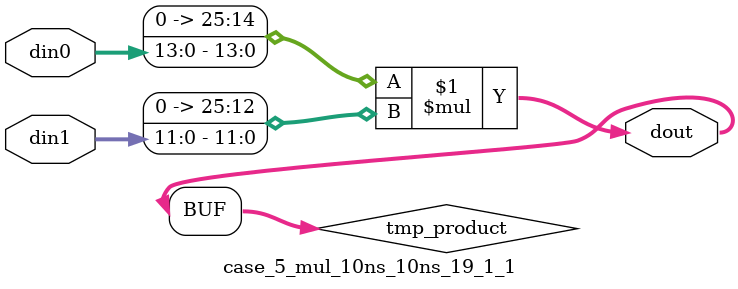
<source format=v>

`timescale 1 ns / 1 ps

 (* use_dsp = "no" *)  module case_5_mul_10ns_10ns_19_1_1(din0, din1, dout);
parameter ID = 1;
parameter NUM_STAGE = 0;
parameter din0_WIDTH = 14;
parameter din1_WIDTH = 12;
parameter dout_WIDTH = 26;

input [din0_WIDTH - 1 : 0] din0; 
input [din1_WIDTH - 1 : 0] din1; 
output [dout_WIDTH - 1 : 0] dout;

wire signed [dout_WIDTH - 1 : 0] tmp_product;
























assign tmp_product = $signed({1'b0, din0}) * $signed({1'b0, din1});











assign dout = tmp_product;





















endmodule

</source>
